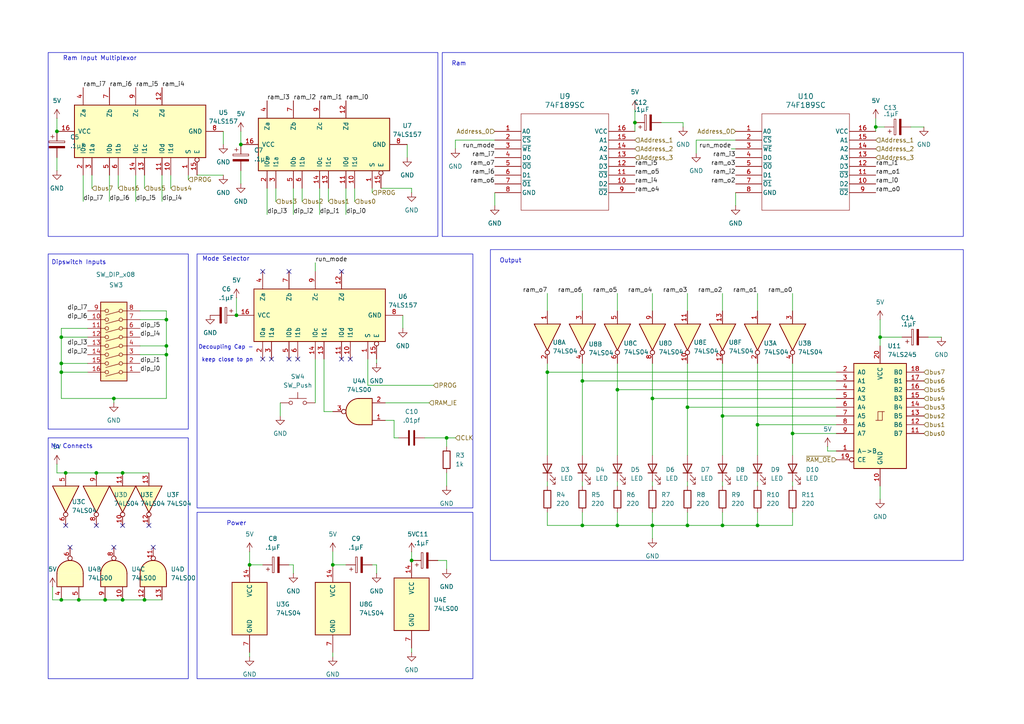
<source format=kicad_sch>
(kicad_sch (version 20250114) (generator "eeschema") (generator_version "9.0")
  (paper "A4")
  (lib_symbols
    (symbol "74F189SC_1" (pin_names (offset 0.254))
      (property "Reference" "U5" (at 20.32 10.16 0))
      (property "Value" "74F189SC" (at 20.32 7.62 0))
      (symbol "74F189SC_1_0_1"
        (pin input line (at 0 0 0) (length 7.62) (name "A0") (number "1"))
        (pin input line (at 0 -7.62 0) (length 7.62) (name "D0") (number "4"))
        (pin input line (at 0 -12.7 0) (length 7.62) (name "D1") (number "6"))
        (pin power_out line (at 0 -17.78 0) (length 7.62) (name "GND") (number "8"))
        (pin power_in line (at 40.64 0 180) (length 7.62) (name "VCC") (number "16"))
        (pin input line (at 40.64 -2.54 180) (length 7.62) (name "A1") (number "15"))
        (pin input line (at 40.64 -5.08 180) (length 7.62) (name "A2") (number "14"))
        (pin input line (at 40.64 -7.62 180) (length 7.62) (name "A3") (number "13"))
        (pin input line (at 40.64 -10.16 180) (length 7.62) (name "D3") (number "12"))
        (pin input line (at 40.64 -15.24 180) (length 7.62) (name "D2") (number "10"))
      )
      (symbol "74F189SC_1_1_1"
        (pin input line (at 0 -2.54 0) (length 7.62) (name "~{CS}") (number "2"))
        (pin input line (at 0 -5.08 0) (length 7.62) (name "~{WE}") (number "3"))
        (pin output line (at 0 -10.16 0) (length 7.62) (name "~{O0}") (number "5"))
        (pin output line (at 0 -15.24 0) (length 7.62) (name "~{O1}") (number "7"))
        (pin output line (at 40.64 -12.7 180) (length 7.62) (name "~{O3}") (number "11"))
        (pin output line (at 40.64 -17.78 180) (length 7.62) (name "~{O2}") (number "9"))
      )
    )
    (symbol "74LS157:my_74LS157" (pin_names (offset 1.016))
      (property "Reference" "U" (at -7.62 19.05 0))
      (property "Value" "my_74LS157" (at -7.62 -21.59 0))
      (symbol "my_74LS157_1_0"
        (pin input line (at -12.7 15.24 0) (length 5.08) (name "I0a") (number "2"))
        (pin input line (at -12.7 12.7 0) (length 5.08) (name "I1a") (number "3"))
        (pin input line (at -12.7 7.62 0) (length 5.08) (name "I0b") (number "5"))
        (pin input line (at -12.7 5.08 0) (length 5.08) (name "I1b") (number "6"))
        (pin input line (at -12.7 0 0) (length 5.08) (name "I0c") (number "14"))
        (pin input line (at -12.7 -2.54 0) (length 5.08) (name "I1c") (number "13"))
        (pin input line (at -12.7 -7.62 0) (length 5.08) (name "I0d") (number "11"))
        (pin input line (at -12.7 -10.16 0) (length 5.08) (name "I1d") (number "10"))
        (pin input line (at -12.7 -15.24 0) (length 5.08) (name "S") (number "1"))
        (pin input inverted (at -12.7 -17.78 0) (length 5.08) (name "E") (number "15"))
        (pin power_in line (at 0 22.86 270) (length 5.08) (name "VCC") (number "16"))
        (pin power_in line (at 0 -25.4 90) (length 5.08) (name "GND") (number "8"))
        (pin output line (at 12.7 15.24 180) (length 5.08) (name "Za") (number "4"))
        (pin output line (at 12.7 7.62 180) (length 5.08) (name "Zb") (number "7"))
        (pin output line (at 12.7 0 180) (length 5.08) (name "Zc") (number "9"))
        (pin output line (at 12.7 -7.62 180) (length 5.08) (name "Zd") (number "12"))
      )
    )
    (symbol "74xx:74LS00" (pin_names (offset 1.016))
      (property "Reference" "U" (at 0 1.27 0))
      (property "Value" "74LS00" (at 0 -1.27 0))
      (symbol "74LS00_1_1"
        (pin input line (at -7.62 2.54 0) (length 3.81) (name "~") (number "1"))
        (pin input line (at -7.62 -2.54 0) (length 3.81) (name "~") (number "2"))
        (pin output inverted (at 7.62 0 180) (length 3.81) (name "~") (number "3"))
      )
      (symbol "74LS00_1_2"
        (pin input inverted (at -7.62 2.54 0) (length 4.318) (name "~") (number "1"))
        (pin input inverted (at -7.62 -2.54 0) (length 4.318) (name "~") (number "2"))
        (pin output line (at 7.62 0 180) (length 3.81) (name "~") (number "3"))
      )
      (symbol "74LS00_2_1"
        (pin input line (at -7.62 2.54 0) (length 3.81) (name "~") (number "4"))
        (pin input line (at -7.62 -2.54 0) (length 3.81) (name "~") (number "5"))
        (pin output inverted (at 7.62 0 180) (length 3.81) (name "~") (number "6"))
      )
      (symbol "74LS00_2_2"
        (pin input inverted (at -7.62 2.54 0) (length 4.318) (name "~") (number "4"))
        (pin input inverted (at -7.62 -2.54 0) (length 4.318) (name "~") (number "5"))
        (pin output line (at 7.62 0 180) (length 3.81) (name "~") (number "6"))
      )
      (symbol "74LS00_3_1"
        (pin input line (at -7.62 2.54 0) (length 3.81) (name "~") (number "9"))
        (pin input line (at -7.62 -2.54 0) (length 3.81) (name "~") (number "10"))
        (pin output inverted (at 7.62 0 180) (length 3.81) (name "~") (number "8"))
      )
      (symbol "74LS00_3_2"
        (pin input inverted (at -7.62 2.54 0) (length 4.318) (name "~") (number "9"))
        (pin input inverted (at -7.62 -2.54 0) (length 4.318) (name "~") (number "10"))
        (pin output line (at 7.62 0 180) (length 3.81) (name "~") (number "8"))
      )
      (symbol "74LS00_4_1"
        (pin input line (at -7.62 2.54 0) (length 3.81) (name "~") (number "12"))
        (pin input line (at -7.62 -2.54 0) (length 3.81) (name "~") (number "13"))
        (pin output inverted (at 7.62 0 180) (length 3.81) (name "~") (number "11"))
      )
      (symbol "74LS00_4_2"
        (pin input inverted (at -7.62 2.54 0) (length 4.318) (name "~") (number "12"))
        (pin input inverted (at -7.62 -2.54 0) (length 4.318) (name "~") (number "13"))
        (pin output line (at 7.62 0 180) (length 3.81) (name "~") (number "11"))
      )
      (symbol "74LS00_5_0"
        (pin power_in line (at 0 12.7 270) (length 5.08) (name "VCC") (number "14"))
        (pin power_in line (at 0 -12.7 90) (length 5.08) (name "GND") (number "7"))
      )
    )
    (symbol "74xx:74LS04"
      (property "Reference" "U" (at 0 1.27 0))
      (property "Value" "74LS04" (at 0 -1.27 0))
      (symbol "74LS04_1_0"
        (pin input line (at -7.62 0 0) (length 3.81) (name "~") (number "1"))
        (pin output inverted (at 7.62 0 180) (length 3.81) (name "~") (number "2"))
      )
      (symbol "74LS04_2_0"
        (pin input line (at -7.62 0 0) (length 3.81) (name "~") (number "3"))
        (pin output inverted (at 7.62 0 180) (length 3.81) (name "~") (number "4"))
      )
      (symbol "74LS04_3_0"
        (pin input line (at -7.62 0 0) (length 3.81) (name "~") (number "5"))
        (pin output inverted (at 7.62 0 180) (length 3.81) (name "~") (number "6"))
      )
      (symbol "74LS04_4_0"
        (pin input line (at -7.62 0 0) (length 3.81) (name "~") (number "9"))
        (pin output inverted (at 7.62 0 180) (length 3.81) (name "~") (number "8"))
      )
      (symbol "74LS04_5_0"
        (pin input line (at -7.62 0 0) (length 3.81) (name "~") (number "11"))
        (pin output inverted (at 7.62 0 180) (length 3.81) (name "~") (number "10"))
      )
      (symbol "74LS04_6_0"
        (pin input line (at -7.62 0 0) (length 3.81) (name "~") (number "13"))
        (pin output inverted (at 7.62 0 180) (length 3.81) (name "~") (number "12"))
      )
      (symbol "74LS04_7_0"
        (pin power_in line (at 0 12.7 270) (length 5.08) (name "VCC") (number "14"))
        (pin power_in line (at 0 -12.7 90) (length 5.08) (name "GND") (number "7"))
      )
    )
    (symbol "74xx:74LS245" (pin_names (offset 1.016))
      (property "Reference" "U" (at -7.62 16.51 0))
      (property "Value" "74LS245" (at -7.62 -16.51 0))
      (symbol "74LS245_1_0"
        (pin tri_state line (at -12.7 12.7 0) (length 5.08) (name "A0") (number "2"))
        (pin tri_state line (at -12.7 10.16 0) (length 5.08) (name "A1") (number "3"))
        (pin tri_state line (at -12.7 7.62 0) (length 5.08) (name "A2") (number "4"))
        (pin tri_state line (at -12.7 5.08 0) (length 5.08) (name "A3") (number "5"))
        (pin tri_state line (at -12.7 2.54 0) (length 5.08) (name "A4") (number "6"))
        (pin tri_state line (at -12.7 0 0) (length 5.08) (name "A5") (number "7"))
        (pin tri_state line (at -12.7 -2.54 0) (length 5.08) (name "A6") (number "8"))
        (pin tri_state line (at -12.7 -5.08 0) (length 5.08) (name "A7") (number "9"))
        (pin input line (at -12.7 -10.16 0) (length 5.08) (name "A->B") (number "1"))
        (pin input inverted (at -12.7 -12.7 0) (length 5.08) (name "CE") (number "19"))
        (pin power_in line (at 0 20.32 270) (length 5.08) (name "VCC") (number "20"))
        (pin power_in line (at 0 -20.32 90) (length 5.08) (name "GND") (number "10"))
        (pin tri_state line (at 12.7 12.7 180) (length 5.08) (name "B0") (number "18"))
        (pin tri_state line (at 12.7 10.16 180) (length 5.08) (name "B1") (number "17"))
        (pin tri_state line (at 12.7 7.62 180) (length 5.08) (name "B2") (number "16"))
        (pin tri_state line (at 12.7 5.08 180) (length 5.08) (name "B3") (number "15"))
        (pin tri_state line (at 12.7 2.54 180) (length 5.08) (name "B4") (number "14"))
        (pin tri_state line (at 12.7 0 180) (length 5.08) (name "B5") (number "13"))
        (pin tri_state line (at 12.7 -2.54 180) (length 5.08) (name "B6") (number "12"))
        (pin tri_state line (at 12.7 -5.08 180) (length 5.08) (name "B7") (number "11"))
      )
    )
    (symbol "Device:C" (pin_numbers (hide yes)) (pin_names (offset 0.254))
      (property "Reference" "C" (at 0.635 2.54 0))
      (property "Value" "C" (at 0.635 -2.54 0))
      (symbol "C_1_1"
        (pin passive line (at 0 3.81 270) (length 2.794) (name "~") (number "1"))
        (pin passive line (at 0 -3.81 90) (length 2.794) (name "~") (number "2"))
      )
    )
    (symbol "Device:C_Polarized" (pin_numbers (hide yes)) (pin_names (offset 0.254))
      (property "Reference" "C" (at 0.635 2.54 0))
      (property "Value" "C_Polarized" (at 0.635 -2.54 0))
      (symbol "C_Polarized_1_1"
        (pin passive line (at 0 3.81 270) (length 2.794) (name "~") (number "1"))
        (pin passive line (at 0 -3.81 90) (length 2.794) (name "~") (number "2"))
      )
    )
    (symbol "Device:LED" (pin_numbers (hide yes)) (pin_names (offset 1.016) (hide yes))
      (property "Reference" "D" (at 0 2.54 0))
      (property "Value" "LED" (at 0 -2.54 0))
      (symbol "LED_1_1"
        (pin passive line (at -3.81 0 0) (length 2.54) (name "K") (number "1"))
        (pin passive line (at 3.81 0 180) (length 2.54) (name "A") (number "2"))
      )
    )
    (symbol "Device:R" (pin_numbers (hide yes)) (pin_names (offset 0))
      (property "Reference" "R" (at 2.032 0 90))
      (property "Value" "R" (at 0 0 90))
      (symbol "R_1_1"
        (pin passive line (at 0 3.81 270) (length 1.27) (name "~") (number "1"))
        (pin passive line (at 0 -3.81 90) (length 1.27) (name "~") (number "2"))
      )
    )
    (symbol "Switch:SW_DIP_x08" (pin_names (offset 0) (hide yes))
      (property "Reference" "SW" (at 0 13.97 0))
      (property "Value" "SW_DIP_x08" (at 0 -11.43 0))
      (symbol "SW_DIP_x08_1_1"
        (pin passive line (at -7.62 10.16 0) (length 5.08) (name "~") (number "1"))
        (pin passive line (at -7.62 7.62 0) (length 5.08) (name "~") (number "2"))
        (pin passive line (at -7.62 5.08 0) (length 5.08) (name "~") (number "3"))
        (pin passive line (at -7.62 2.54 0) (length 5.08) (name "~") (number "4"))
        (pin passive line (at -7.62 0 0) (length 5.08) (name "~") (number "5"))
        (pin passive line (at -7.62 -2.54 0) (length 5.08) (name "~") (number "6"))
        (pin passive line (at -7.62 -5.08 0) (length 5.08) (name "~") (number "7"))
        (pin passive line (at -7.62 -7.62 0) (length 5.08) (name "~") (number "8"))
        (pin passive line (at 7.62 10.16 180) (length 5.08) (name "~") (number "16"))
        (pin passive line (at 7.62 7.62 180) (length 5.08) (name "~") (number "15"))
        (pin passive line (at 7.62 5.08 180) (length 5.08) (name "~") (number "14"))
        (pin passive line (at 7.62 2.54 180) (length 5.08) (name "~") (number "13"))
        (pin passive line (at 7.62 0 180) (length 5.08) (name "~") (number "12"))
        (pin passive line (at 7.62 -2.54 180) (length 5.08) (name "~") (number "11"))
        (pin passive line (at 7.62 -5.08 180) (length 5.08) (name "~") (number "10"))
        (pin passive line (at 7.62 -7.62 180) (length 5.08) (name "~") (number "9"))
      )
    )
    (symbol "Switch:SW_Push" (pin_numbers (hide yes)) (pin_names (offset 1.016) (hide yes))
      (property "Reference" "SW" (at 1.27 2.54 0))
      (property "Value" "SW_Push" (at 0 -1.524 0))
      (symbol "SW_Push_0_1"
        (pin passive line (at -5.08 0 0) (length 2.54) (name "1") (number "1"))
        (pin passive line (at 5.08 0 180) (length 2.54) (name "2") (number "2"))
      )
    )
    (symbol "power:GND" (power) (pin_numbers (hide yes)) (pin_names (offset 0) (hide yes))
      (property "Value" "GND" (at 0 -3.81 0))
      (symbol "GND_1_1"
        (pin power_in line (at 0 0 270) (length 0) (name "~") (number "1"))
      )
    )
    (symbol "power:VCC" (power) (pin_numbers (hide yes)) (pin_names (offset 0) (hide yes))
      (property "Value" "VCC" (at 0 3.556 0))
      (symbol "VCC_1_1"
        (pin power_in line (at 0 0 90) (length 0) (name "~") (number "1"))
      )
    )
  )
  (rectangle (start 13.97 127) (end 54.61 196.85))
  (rectangle (start 13.97 15.24) (end 127 68.58))
  (rectangle (start 128.27 15.24) (end 279.4 68.58))
  (rectangle (start 142.24 72.39) (end 279.4 162.56))
  (rectangle (start 57.15 73.66) (end 137.16 147.32))
  (rectangle (start 13.97 73.66) (end 54.61 124.46))
  (rectangle (start 57.15 148.59) (end 137.16 196.85))
  (text "No Connects" (at 20.828 129.54 0) (effects (font (size 1.27 1.27))))
  (text "Dipswitch Inputs" (at 22.86 76.2 0) (effects (font (size 1.27 1.27))))
  (text "Output" (at 148.082 75.692 0) (effects (font (size 1.27 1.27))))
  (text "Ram" (at 133.096 18.542 0) (effects (font (size 1.27 1.27))))
  (text "Power" (at 68.58 151.892 0) (effects (font (size 1.27 1.27))))
  (text "Mode Selector" (at 65.532 75.184 0) (effects (font (size 1.27 1.27))))
  (text "Decoupling Cap -\n\n keep close to pn" (at 65.532 102.616 0) (effects (font (size 1.143 1.143))))
  (text "Ram Input Multiplexor" (at 28.956 17.018 0) (effects (font (size 1.27 1.27))))
  (junction (at 184.15 35.56))
  (junction (at 48.26 102.87))
  (junction (at 48.26 100.33))
  (junction (at 179.07 113.03))
  (junction (at 254 36.83))
  (junction (at 209.55 120.65))
  (junction (at 129.54 127))
  (junction (at 17.78 107.95))
  (junction (at 48.26 92.71))
  (junction (at 69.85 41.91))
  (junction (at 168.91 110.49))
  (junction (at 17.78 173.99))
  (junction (at 22.86 173.99))
  (junction (at 30.48 173.99))
  (junction (at 189.23 152.4))
  (junction (at 17.78 105.41))
  (junction (at 219.71 152.4))
  (junction (at 16.51 38.1))
  (junction (at 189.23 115.57))
  (junction (at 119.38 162.56))
  (junction (at 19.05 137.16))
  (junction (at 68.58 91.44))
  (junction (at 168.91 152.4))
  (junction (at 199.39 152.4))
  (junction (at 96.52 163.83))
  (junction (at 229.87 125.73))
  (junction (at 17.78 97.79))
  (junction (at 35.56 173.99))
  (junction (at 219.71 123.19))
  (junction (at 158.75 107.95))
  (junction (at 179.07 152.4))
  (junction (at 199.39 118.11))
  (junction (at 27.94 137.16))
  (junction (at 209.55 152.4))
  (junction (at 255.27 97.79))
  (junction (at 72.39 163.83))
  (junction (at 41.91 173.99))
  (junction (at 33.02 115.57))
  (junction (at 35.56 137.16))
  (no_connect (at 44.45 158.75))
  (no_connect (at 83.82 78.74))
  (no_connect (at 86.36 104.14))
  (no_connect (at 76.2 104.14))
  (no_connect (at 33.02 158.75))
  (no_connect (at 43.18 152.4))
  (no_connect (at 27.94 152.4))
  (no_connect (at 99.06 78.74))
  (no_connect (at 101.6 104.14))
  (no_connect (at 78.74 104.14))
  (no_connect (at 83.82 104.14))
  (no_connect (at 20.32 158.75))
  (no_connect (at 76.2 78.74))
  (no_connect (at 99.06 104.14))
  (no_connect (at 19.05 152.4))
  (no_connect (at 35.56 152.4))
  (wire (pts (xy 255.27 97.79) (xy 255.27 100.33)))
  (wire (pts (xy 179.07 152.4) (xy 189.23 152.4)))
  (wire (pts (xy 119.38 189.23) (xy 119.38 187.96)))
  (wire (pts (xy 16.51 49.53) (xy 16.51 45.72)))
  (wire (pts (xy 240.03 129.54) (xy 240.03 130.81)))
  (wire (pts (xy 93.98 119.38) (xy 96.52 119.38)))
  (wire (pts (xy 69.85 53.34) (xy 69.85 49.53)))
  (wire (pts (xy 27.94 137.16) (xy 35.56 137.16)))
  (wire (pts (xy 31.75 58.42) (xy 31.75 50.8)))
  (wire (pts (xy 72.39 160.02) (xy 72.39 163.83)))
  (wire (pts (xy 189.23 115.57) (xy 242.57 115.57)))
  (wire (pts (xy 199.39 139.7) (xy 199.39 140.97)))
  (wire (pts (xy 15.24 170.18) (xy 15.24 173.99)))
  (wire (pts (xy 179.07 85.09) (xy 179.07 90.17)))
  (wire (pts (xy 189.23 152.4) (xy 199.39 152.4)))
  (wire (pts (xy 229.87 148.59) (xy 229.87 152.4)))
  (wire (pts (xy 118.11 41.91) (xy 118.11 45.72)))
  (wire (pts (xy 229.87 139.7) (xy 229.87 140.97)))
  (wire (pts (xy 16.51 134.62) (xy 16.51 137.16)))
  (wire (pts (xy 68.58 86.36) (xy 68.58 91.44)))
  (wire (pts (xy 17.78 107.95) (xy 25.4 107.95)))
  (wire (pts (xy 46.99 50.8) (xy 46.99 58.42)))
  (wire (pts (xy 267.97 36.83) (xy 264.16 36.83)))
  (wire (pts (xy 40.64 92.71) (xy 48.26 92.71)))
  (wire (pts (xy 242.57 118.11) (xy 199.39 118.11)))
  (wire (pts (xy 184.15 35.56) (xy 184.15 38.1)))
  (wire (pts (xy 40.64 90.17) (xy 48.26 90.17)))
  (wire (pts (xy 41.91 54.61) (xy 41.91 50.8)))
  (wire (pts (xy 189.23 139.7) (xy 189.23 140.97)))
  (wire (pts (xy 119.38 54.61) (xy 119.38 55.88)))
  (wire (pts (xy 254 36.83) (xy 254 38.1)))
  (wire (pts (xy 255.27 140.97) (xy 255.27 144.78)))
  (wire (pts (xy 16.51 34.29) (xy 16.51 38.1)))
  (wire (pts (xy 168.91 148.59) (xy 168.91 152.4)))
  (wire (pts (xy 85.09 163.83) (xy 85.09 166.37)))
  (wire (pts (xy 24.13 58.42) (xy 24.13 50.8)))
  (wire (pts (xy 209.55 85.09) (xy 209.55 90.17)))
  (wire (pts (xy 189.23 148.59) (xy 189.23 152.4)))
  (wire (pts (xy 35.56 173.99) (xy 41.91 173.99)))
  (wire (pts (xy 72.39 163.83) (xy 76.2 163.83)))
  (wire (pts (xy 49.53 54.61) (xy 49.53 50.8)))
  (wire (pts (xy 41.91 173.99) (xy 46.99 173.99)))
  (wire (pts (xy 72.39 189.23) (xy 72.39 190.5)))
  (wire (pts (xy 102.87 54.61) (xy 102.87 58.42)))
  (wire (pts (xy 189.23 115.57) (xy 189.23 132.08)))
  (wire (pts (xy 179.07 148.59) (xy 179.07 152.4)))
  (wire (pts (xy 199.39 152.4) (xy 209.55 152.4)))
  (wire (pts (xy 77.47 62.23) (xy 77.47 54.61)))
  (wire (pts (xy 242.57 107.95) (xy 158.75 107.95)))
  (wire (pts (xy 107.95 163.83) (xy 109.22 163.83)))
  (wire (pts (xy 219.71 139.7) (xy 219.71 140.97)))
  (wire (pts (xy 199.39 148.59) (xy 199.39 152.4)))
  (wire (pts (xy 189.23 105.41) (xy 189.23 115.57)))
  (wire (pts (xy 48.26 102.87) (xy 48.26 115.57)))
  (wire (pts (xy 129.54 162.56) (xy 127 162.56)))
  (wire (pts (xy 87.63 54.61) (xy 87.63 58.42)))
  (wire (pts (xy 48.26 90.17) (xy 48.26 92.71)))
  (wire (pts (xy 109.22 104.14) (xy 109.22 105.41)))
  (wire (pts (xy 209.55 152.4) (xy 219.71 152.4)))
  (wire (pts (xy 229.87 105.41) (xy 229.87 125.73)))
  (wire (pts (xy 242.57 110.49) (xy 168.91 110.49)))
  (wire (pts (xy 48.26 102.87) (xy 40.64 102.87)))
  (wire (pts (xy 91.44 76.2) (xy 91.44 78.74)))
  (wire (pts (xy 209.55 139.7) (xy 209.55 140.97)))
  (wire (pts (xy 132.08 40.64) (xy 132.08 43.18)))
  (wire (pts (xy 17.78 115.57) (xy 33.02 115.57)))
  (wire (pts (xy 219.71 85.09) (xy 219.71 90.17)))
  (wire (pts (xy 168.91 85.09) (xy 168.91 90.17)))
  (wire (pts (xy 17.78 95.25) (xy 17.78 97.79)))
  (wire (pts (xy 179.07 139.7) (xy 179.07 140.97)))
  (wire (pts (xy 158.75 107.95) (xy 158.75 132.08)))
  (wire (pts (xy 189.23 152.4) (xy 189.23 156.21)))
  (wire (pts (xy 209.55 120.65) (xy 242.57 120.65)))
  (wire (pts (xy 54.61 52.07) (xy 54.61 50.8)))
  (wire (pts (xy 219.71 152.4) (xy 229.87 152.4)))
  (wire (pts (xy 132.08 40.64) (xy 143.51 40.64)))
  (wire (pts (xy 219.71 123.19) (xy 242.57 123.19)))
  (wire (pts (xy 69.85 38.1) (xy 69.85 41.91)))
  (wire (pts (xy 179.07 113.03) (xy 242.57 113.03)))
  (wire (pts (xy 109.22 163.83) (xy 109.22 166.37)))
  (wire (pts (xy 209.55 105.41) (xy 209.55 120.65)))
  (wire (pts (xy 17.78 105.41) (xy 25.4 105.41)))
  (wire (pts (xy 16.51 137.16) (xy 19.05 137.16)))
  (wire (pts (xy 119.38 160.02) (xy 119.38 162.56)))
  (wire (pts (xy 191.77 35.56) (xy 198.12 35.56)))
  (wire (pts (xy 57.15 50.8) (xy 64.77 50.8)))
  (wire (pts (xy 219.71 148.59) (xy 219.71 152.4)))
  (wire (pts (xy 158.75 152.4) (xy 168.91 152.4)))
  (wire (pts (xy 114.3 127) (xy 115.57 127)))
  (wire (pts (xy 83.82 163.83) (xy 85.09 163.83)))
  (wire (pts (xy 64.77 38.1) (xy 64.77 41.91)))
  (wire (pts (xy 92.71 62.23) (xy 92.71 54.61)))
  (wire (pts (xy 199.39 105.41) (xy 199.39 118.11)))
  (wire (pts (xy 158.75 139.7) (xy 158.75 140.97)))
  (wire (pts (xy 168.91 139.7) (xy 168.91 140.97)))
  (wire (pts (xy 255.27 92.71) (xy 255.27 97.79)))
  (wire (pts (xy 240.03 130.81) (xy 242.57 130.81)))
  (wire (pts (xy 129.54 137.16) (xy 129.54 140.97)))
  (wire (pts (xy 273.05 97.79) (xy 269.24 97.79)))
  (wire (pts (xy 39.37 50.8) (xy 39.37 58.42)))
  (wire (pts (xy 33.02 115.57) (xy 48.26 115.57)))
  (wire (pts (xy 106.68 111.76) (xy 106.68 104.14)))
  (wire (pts (xy 143.51 55.88) (xy 143.51 59.69)))
  (wire (pts (xy 168.91 152.4) (xy 179.07 152.4)))
  (wire (pts (xy 17.78 97.79) (xy 25.4 97.79)))
  (wire (pts (xy 22.86 173.99) (xy 30.48 173.99)))
  (wire (pts (xy 179.07 113.03) (xy 179.07 132.08)))
  (wire (pts (xy 119.38 54.61) (xy 110.49 54.61)))
  (wire (pts (xy 209.55 120.65) (xy 209.55 132.08)))
  (wire (pts (xy 158.75 148.59) (xy 158.75 152.4)))
  (wire (pts (xy 209.55 148.59) (xy 209.55 152.4)))
  (wire (pts (xy 91.44 104.14) (xy 91.44 116.84)))
  (wire (pts (xy 199.39 85.09) (xy 199.39 90.17)))
  (wire (pts (xy 48.26 92.71) (xy 48.26 100.33)))
  (wire (pts (xy 114.3 127) (xy 114.3 121.92)))
  (wire (pts (xy 213.36 40.64) (xy 201.93 40.64)))
  (wire (pts (xy 48.26 100.33) (xy 40.64 100.33)))
  (wire (pts (xy 123.19 127) (xy 129.54 127)))
  (wire (pts (xy 213.36 55.88) (xy 213.36 59.69)))
  (wire (pts (xy 107.95 55.88) (xy 107.95 54.61)))
  (wire (pts (xy 129.54 165.1) (xy 129.54 162.56)))
  (wire (pts (xy 17.78 97.79) (xy 17.78 105.41)))
  (wire (pts (xy 229.87 125.73) (xy 229.87 132.08)))
  (wire (pts (xy 158.75 105.41) (xy 158.75 107.95)))
  (wire (pts (xy 229.87 85.09) (xy 229.87 90.17)))
  (wire (pts (xy 80.01 58.42) (xy 80.01 54.61)))
  (wire (pts (xy 17.78 95.25) (xy 25.4 95.25)))
  (wire (pts (xy 184.15 31.75) (xy 184.15 35.56)))
  (wire (pts (xy 111.76 116.84) (xy 124.46 116.84)))
  (wire (pts (xy 219.71 123.19) (xy 219.71 132.08)))
  (wire (pts (xy 30.48 173.99) (xy 35.56 173.99)))
  (wire (pts (xy 158.75 85.09) (xy 158.75 90.17)))
  (wire (pts (xy 17.78 173.99) (xy 22.86 173.99)))
  (wire (pts (xy 255.27 97.79) (xy 261.62 97.79)))
  (wire (pts (xy 17.78 105.41) (xy 17.78 107.95)))
  (wire (pts (xy 100.33 54.61) (xy 100.33 62.23)))
  (wire (pts (xy 48.26 100.33) (xy 48.26 102.87)))
  (wire (pts (xy 129.54 127) (xy 129.54 129.54)))
  (wire (pts (xy 198.12 35.56) (xy 198.12 36.83)))
  (wire (pts (xy 85.09 62.23) (xy 85.09 54.61)))
  (wire (pts (xy 34.29 54.61) (xy 34.29 50.8)))
  (wire (pts (xy 116.84 95.25) (xy 116.84 91.44)))
  (wire (pts (xy 168.91 110.49) (xy 168.91 132.08)))
  (wire (pts (xy 96.52 190.5) (xy 96.52 189.23)))
  (wire (pts (xy 254 36.83) (xy 256.54 36.83)))
  (wire (pts (xy 254 34.29) (xy 254 36.83)))
  (wire (pts (xy 212.09 43.18) (xy 213.36 43.18)))
  (wire (pts (xy 168.91 105.41) (xy 168.91 110.49)))
  (wire (pts (xy 93.98 104.14) (xy 93.98 119.38)))
  (wire (pts (xy 199.39 118.11) (xy 199.39 132.08)))
  (wire (pts (xy 189.23 85.09) (xy 189.23 90.17)))
  (wire (pts (xy 17.78 107.95) (xy 17.78 115.57)))
  (wire (pts (xy 95.25 54.61) (xy 95.25 58.42)))
  (wire (pts (xy 96.52 163.83) (xy 100.33 163.83)))
  (wire (pts (xy 96.52 160.02) (xy 96.52 163.83)))
  (wire (pts (xy 125.73 111.76) (xy 106.68 111.76)))
  (wire (pts (xy 219.71 105.41) (xy 219.71 123.19)))
  (wire (pts (xy 229.87 125.73) (xy 242.57 125.73)))
  (wire (pts (xy 35.56 137.16) (xy 43.18 137.16)))
  (wire (pts (xy 129.54 127) (xy 132.08 127)))
  (wire (pts (xy 114.3 121.92) (xy 111.76 121.92)))
  (wire (pts (xy 201.93 40.64) (xy 201.93 44.45)))
  (wire (pts (xy 19.05 137.16) (xy 27.94 137.16)))
  (wire (pts (xy 26.67 54.61) (xy 26.67 50.8)))
  (wire (pts (xy 179.07 105.41) (xy 179.07 113.03)))
  (wire (pts (xy 81.28 116.84) (xy 81.28 120.65)))
  (wire (pts (xy 33.02 115.57) (xy 33.02 116.84)))
  (wire (pts (xy 15.24 173.99) (xy 17.78 173.99)))
  (label "ram_i0" (at 254 53.34 0))
  (label "dip_i6" (at 31.75 58.42 0))
  (label "ram_i7" (at 143.51 45.72 180))
  (label "ram_o0" (at 229.87 85.09 180))
  (label "dip_i5" (at 40.64 95.25 0))
  (label "dip_i3" (at 77.47 62.23 0))
  (label "dip_i1" (at 92.71 62.23 0))
  (label "dip_i2" (at 85.09 62.23 0))
  (label "ram_o2" (at 213.36 53.34 180))
  (label "dip_i2" (at 25.4 102.87 180))
  (label "ram_o5" (at 184.15 50.8 0))
  (label "ram_o5" (at 179.07 85.09 180))
  (label "dip_i1" (at 40.64 105.41 0))
  (label "dip_i4" (at 46.99 58.42 0))
  (label "ram_o2" (at 209.55 85.09 180))
  (label "run_mode" (at 91.44 76.2 0))
  (label "ram_i6" (at 143.51 50.8 180))
  (label "dip_i0" (at 40.64 107.95 0))
  (label "ram_o6" (at 143.51 53.34 180))
  (label "ram_i6" (at 31.75 25.4 0))
  (label "ram_i3" (at 77.47 29.21 0))
  (label "ram_i1" (at 92.71 29.21 0))
  (label "ram_i4" (at 184.15 53.34 0))
  (label "ram_i4" (at 46.99 25.4 0))
  (label "ram_i2" (at 213.36 50.8 180))
  (label "ram_o6" (at 168.91 85.09 180))
  (label "dip_i4" (at 40.64 97.79 0))
  (label "ram_o3" (at 199.39 85.09 180))
  (label "ram_o1" (at 219.71 85.09 180))
  (label "ram_o0" (at 254 55.88 0))
  (label "dip_i7" (at 25.4 90.17 180))
  (label "ram_o4" (at 189.23 85.09 180))
  (label "ram_i5" (at 39.37 25.4 0))
  (label "ram_o1" (at 254 50.8 0))
  (label "dip_i5" (at 39.37 58.42 0))
  (label "ram_i1" (at 254 48.26 0))
  (label "ram_i3" (at 213.36 45.72 180))
  (label "ram_o4" (at 184.15 55.88 0))
  (label "dip_i0" (at 100.33 62.23 0))
  (label "run_mode" (at 212.09 43.18 180))
  (label "ram_i5" (at 184.15 48.26 0))
  (label "ram_o7" (at 143.51 48.26 180))
  (label "dip_i7" (at 24.13 58.42 0))
  (label "ram_i7" (at 24.13 25.4 0))
  (label "run_mode" (at 143.51 43.18 180))
  (label "ram_i2" (at 85.09 29.21 0))
  (label "dip_i6" (at 25.4 92.71 180))
  (label "ram_o3" (at 213.36 48.26 180))
  (label "dip_i3" (at 25.4 100.33 180))
  (label "ram_i0" (at 100.33 29.21 0))
  (label "ram_o7" (at 158.75 85.09 180))
  (hierarchical_label "bus0" (shape input) (at 102.87 58.42 0))
  (hierarchical_label "PROG" (shape input) (at 107.95 55.88 0))
  (hierarchical_label "bus1" (shape input) (at 95.25 58.42 0))
  (hierarchical_label "bus4" (shape input) (at 49.53 54.61 0))
  (hierarchical_label "bus3" (shape input) (at 80.01 58.42 0))
  (hierarchical_label "bus7" (shape input) (at 26.67 54.61 0))
  (hierarchical_label "bus6" (shape input) (at 34.29 54.61 0))
  (hierarchical_label "CLK" (shape input) (at 132.08 127 0))
  (hierarchical_label "bus3" (shape input) (at 267.97 118.11 0))
  (hierarchical_label "bus7" (shape input) (at 267.97 107.95 0))
  (hierarchical_label "bus2" (shape input) (at 267.97 120.65 0))
  (hierarchical_label "~{RAM_OE}" (shape input) (at 242.57 133.35 180))
  (hierarchical_label "bus4" (shape input) (at 267.97 115.57 0))
  (hierarchical_label "bus2" (shape input) (at 87.63 58.42 0))
  (hierarchical_label "bus6" (shape input) (at 267.97 110.49 0))
  (hierarchical_label "PROG" (shape input) (at 54.61 52.07 0))
  (hierarchical_label "bus0" (shape input) (at 267.97 125.73 0))
  (hierarchical_label "Address_0" (shape input) (at 213.36 38.1 180))
  (hierarchical_label "Address_3" (shape input) (at 254 45.72 0))
  (hierarchical_label "Address_0" (shape input) (at 143.51 38.1 180))
  (hierarchical_label "bus1" (shape input) (at 267.97 123.19 0))
  (hierarchical_label "RAM_IE" (shape input) (at 124.46 116.84 0))
  (hierarchical_label "Address_2" (shape input) (at 254 43.18 0))
  (hierarchical_label "Address_2" (shape input) (at 184.15 43.18 0))
  (hierarchical_label "Address_1" (shape input) (at 184.15 40.64 0))
  (hierarchical_label "PROG" (shape input) (at 125.73 111.76 0))
  (hierarchical_label "Address_3" (shape input) (at 184.15 45.72 0))
  (hierarchical_label "bus5" (shape input) (at 267.97 113.03 0))
  (hierarchical_label "Address_1" (shape input) (at 254 40.64 0))
  (hierarchical_label "bus5" (shape input) (at 41.91 54.61 0))
  (symbol (lib_id "power:GND") (at 96.52 190.5 0) (unit 1)
    (property "Reference" "#PWR033" (effects (hide yes)))
    (property "Value" "GND" (at 96.52 195.58 0))
    (property "Description" "Power symbol creates a global label with name \"GND\" , ground" (effects (hide yes)))
  )
  (symbol (lib_id "74LS157:my_74LS157") (at 39.37 38.1 90) (unit 1)
    (property "Reference" "U5" (at 64.77 32.6546 90))
    (property "Value" "74LS157" (at 64.77 35.1946 90))
    (property "Datasheet" "http://www.ti.com/lit/gpn/sn74LS157" (effects (hide yes)))
    (property "Description" "Quad 2 to 1 line Multiplexer" (effects (hide yes)))
  )
  (symbol (lib_id "power:GND") (at 72.39 190.5 0) (unit 1)
    (property "Reference" "#PWR029" (effects (hide yes)))
    (property "Value" "GND" (at 72.39 195.58 0))
    (property "Description" "Power symbol creates a global label with name \"GND\" , ground" (effects (hide yes)))
  )
  (symbol (lib_id "power:GND") (at 116.84 95.25 0) (unit 1)
    (property "Reference" "#PWR036" (effects (hide yes)))
    (property "Value" "GND" (at 116.84 100.33 0))
    (property "Description" "Power symbol creates a global label with name \"GND\" , ground" (effects (hide yes)))
  )
  (symbol (lib_id "Switch:SW_Push") (at 86.36 116.84 0) (unit 1)
    (property "Reference" "SW4" (at 86.36 109.22 0))
    (property "Value" "SW_Push" (at 86.36 111.76 0))
    (property "Description" "Push button switch, generic, two pins" (effects (hide yes)))
  )
  (symbol (lib_id "power:GND") (at 60.96 91.44 0) (unit 1)
    (property "Reference" "#PWR022" (effects (hide yes)))
    (property "Value" "GND" (at 60.96 96.52 0))
    (property "Description" "Power symbol creates a global label with name \"GND\" , ground" (effects (hide yes)))
  )
  (symbol (lib_id "74LS157:my_74LS157") (at 92.71 41.91 90) (unit 1)
    (property "Reference" "U7" (at 118.11 36.4646 90))
    (property "Value" "74LS157" (at 118.11 39.0046 90))
    (property "Datasheet" "http://www.ti.com/lit/gpn/sn74LS157" (effects (hide yes)))
    (property "Description" "Quad 2 to 1 line Multiplexer" (effects (hide yes)))
  )
  (symbol (lib_id "74xx:74LS04") (at 158.75 97.79 270) (unit 1)
    (property "Reference" "U8" (at 160.274 99.314 90) (effects (justify left)))
    (property "Value" "74LS04" (at 160.274 101.854 90) (effects (justify left)))
    (property "Datasheet" "http://www.ti.com/lit/gpn/sn74LS04" (effects (hide yes)))
    (property "Description" "Hex Inverter" (effects (hide yes)))
  )
  (symbol (lib_id "Device:LED") (at 199.39 135.89 90) (unit 1)
    (property "Reference" "D7" (at 203.2 136.2074 90) (effects (justify right)))
    (property "Value" "LED" (at 203.2 138.7474 90) (effects (justify right)))
    (property "Description" "Light emitting diode" (effects (hide yes)))
    (property "Sim.Pins" "1=K 2=A" (effects (hide yes)))
  )
  (symbol (lib_id "Device:LED") (at 168.91 135.89 90) (unit 1)
    (property "Reference" "D4" (at 172.72 136.2074 90) (effects (justify right)))
    (property "Value" "LED" (at 172.72 138.7474 90) (effects (justify right)))
    (property "Description" "Light emitting diode" (effects (hide yes)))
    (property "Sim.Pins" "1=K 2=A" (effects (hide yes)))
  )
  (symbol (lib_id "power:GND") (at 129.54 140.97 0) (unit 1)
    (property "Reference" "#PWR041" (effects (hide yes)))
    (property "Value" "GND" (at 129.54 146.05 0))
    (property "Description" "Power symbol creates a global label with name \"GND\" , ground" (effects (hide yes)))
  )
  (symbol (lib_id "Switch:SW_DIP_x08") (at 33.02 97.79 180) (unit 1)
    (property "Reference" "SW3" (at 31.623 82.677 0) (effects (justify right)))
    (property "Value" "SW_DIP_x08" (at 27.813 79.629 0) (effects (justify right)))
    (property "Description" "8x DIP Switch, Single Pole Single Throw (SPST) switch, small symbol" (effects (hide yes)))
  )
  (symbol (lib_id "74xx:74LS04") (at 229.87 97.79 270) (unit 2)
    (property "Reference" "U3" (at 231.394 99.568 90) (effects (justify left)))
    (property "Value" "74LS04" (at 231.394 102.108 90) (effects (justify left)))
    (property "Datasheet" "http://www.ti.com/lit/gpn/sn74LS04" (effects (hide yes)))
    (property "Description" "Hex Inverter" (effects (hide yes)))
  )
  (symbol (lib_id "power:GND") (at 16.51 49.53 0) (unit 1)
    (property "Reference" "#PWR019" (effects (hide yes)))
    (property "Value" "GND" (at 16.51 54.61 0))
    (property "Description" "Power symbol creates a global label with name \"GND\" , ground" (effects (hide yes)))
  )
  (symbol (lib_id "Device:R") (at 129.54 133.35 0) (unit 1)
    (property "Reference" "R3" (at 132.08 132.0799 0) (effects (justify left)))
    (property "Value" "1k" (at 132.08 134.6199 0) (effects (justify left)))
    (property "Description" "Resistor" (effects (hide yes)))
  )
  (symbol (lib_id "Device:LED") (at 219.71 135.89 90) (unit 1)
    (property "Reference" "D9" (at 223.52 136.2074 90) (effects (justify right)))
    (property "Value" "LED" (at 223.52 138.7474 90) (effects (justify right)))
    (property "Description" "Light emitting diode" (effects (hide yes)))
    (property "Sim.Pins" "1=K 2=A" (effects (hide yes)))
  )
  (symbol (lib_id "power:VCC") (at 254 34.29 0) (unit 1)
    (property "Reference" "#PWR051" (effects (hide yes)))
    (property "Value" "5V" (at 254 29.21 0))
    (property "Description" "Power symbol creates a global label with name \"VCC\"" (effects (hide yes)))
  )
  (symbol (lib_id "Device:R") (at 229.87 144.78 0) (unit 1)
    (property "Reference" "R11" (at 232.41 143.5099 0) (effects (justify left)))
    (property "Value" "220" (at 232.41 146.0499 0) (effects (justify left)))
    (property "Description" "Resistor" (effects (hide yes)))
  )
  (symbol (lib_id "power:VCC") (at 240.03 129.54 0) (unit 1)
    (property "Reference" "#PWR050" (effects (hide yes)))
    (property "Value" "5V" (at 240.03 124.46 0))
    (property "Description" "Power symbol creates a global label with name \"VCC\"" (effects (hide yes)))
  )
  (symbol (lib_id "74xx:74LS04") (at 19.05 144.78 270) (unit 3)
    (property "Reference" "U3" (at 20.828 145.542 90) (effects (justify left)))
    (property "Value" "74LS04" (at 20.828 148.082 90) (effects (justify left)))
    (property "Datasheet" "http://www.ti.com/lit/gpn/sn74LS04" (effects (hide yes)))
    (property "Description" "Hex Inverter" (effects (hide yes)))
  )
  (symbol (lib_id "power:GND") (at 198.12 36.83 0) (unit 1)
    (property "Reference" "#PWR047" (effects (hide yes)))
    (property "Value" "GND" (at 198.12 41.91 0))
    (property "Description" "Power symbol creates a global label with name \"GND\" , ground" (effects (hide yes)))
  )
  (symbol (lib_id "Device:C_Polarized") (at 80.01 163.83 90) (unit 1)
    (property "Reference" "C8" (at 79.121 156.21 90))
    (property "Value" ".1µF" (at 79.121 158.75 90))
    (property "Description" "Polarized capacitor" (effects (hide yes)))
  )
  (symbol (lib_id "74xx:74LS245") (at 255.27 120.65 0) (unit 1)
    (property "Reference" "U11" (at 257.4133 100.33 0) (effects (justify left)))
    (property "Value" "74LS245" (at 257.4133 102.87 0) (effects (justify left)))
    (property "Datasheet" "http://www.ti.com/lit/gpn/sn74LS245" (effects (hide yes)))
    (property "Description" "Octal BUS Transceivers, 3-State outputs" (effects (hide yes)))
  )
  (symbol (lib_id "power:GND") (at 33.02 116.84 0) (unit 1)
    (property "Reference" "#PWR021" (effects (hide yes)))
    (property "Value" "GND" (at 33.02 121.92 0))
    (property "Description" "Power symbol creates a global label with name \"GND\" , ground" (effects (hide yes)))
  )
  (symbol (lib_id "power:VCC") (at 69.85 38.1 0) (unit 1)
    (property "Reference" "#PWR026" (effects (hide yes)))
    (property "Value" "5V" (at 69.85 33.02 0))
    (property "Description" "Power symbol creates a global label with name \"VCC\"" (effects (hide yes)))
  )
  (symbol (lib_id "Device:C_Polarized") (at 187.96 35.56 90) (unit 1)
    (property "Reference" "C12" (at 187.706 29.718 90) (effects (justify left)))
    (property "Value" ".1µF" (at 188.3409 31.75 90) (effects (justify left)))
    (property "Description" "Polarized capacitor" (effects (hide yes)))
  )
  (symbol (lib_id "power:VCC") (at 16.51 34.29 0) (unit 1)
    (property "Reference" "#PWR018" (effects (hide yes)))
    (property "Value" "5V" (at 16.51 29.21 0))
    (property "Description" "Power symbol creates a global label with name \"VCC\"" (effects (hide yes)))
  )
  (symbol (lib_id "power:GND") (at 118.11 45.72 0) (unit 1)
    (property "Reference" "#PWR037" (effects (hide yes)))
    (property "Value" "GND" (at 118.11 50.8 0))
    (property "Description" "Power symbol creates a global label with name \"GND\" , ground" (effects (hide yes)))
  )
  (symbol (lib_id "74xx:74LS04") (at 179.07 97.79 270) (unit 3)
    (property "Reference" "U8" (at 180.848 99.568 90) (effects (justify left)))
    (property "Value" "74LS04" (at 180.848 102.108 90) (effects (justify left)))
    (property "Datasheet" "http://www.ti.com/lit/gpn/sn74LS04" (effects (hide yes)))
    (property "Description" "Hex Inverter" (effects (hide yes)))
  )
  (symbol (lib_id "Device:C_Polarized") (at 16.51 41.91 0) (unit 1)
    (property "Reference" "C5" (at 20.32 39.7509 0) (effects (justify left)))
    (property "Value" ".1µF" (at 20.32 42.2909 0) (effects (justify left)))
    (property "Description" "Polarized capacitor" (effects (hide yes)))
  )
  (symbol (lib_id "Device:R") (at 179.07 144.78 0) (unit 1)
    (property "Reference" "R6" (at 181.61 143.5099 0) (effects (justify left)))
    (property "Value" "220" (at 181.61 146.0499 0) (effects (justify left)))
    (property "Description" "Resistor" (effects (hide yes)))
  )
  (symbol (lib_id "Device:LED") (at 229.87 135.89 90) (unit 1)
    (property "Reference" "D10" (at 233.68 136.2074 90) (effects (justify right)))
    (property "Value" "LED" (at 233.68 138.7474 90) (effects (justify right)))
    (property "Description" "Light emitting diode" (effects (hide yes)))
    (property "Sim.Pins" "1=K 2=A" (effects (hide yes)))
  )
  (symbol (lib_name "74F189SC_1") (lib_id "74189:74F189SC") (at 143.51 38.1 0) (unit 1)
    (property "Reference" "U9" (at 163.83 27.94 0) (effects (font (size 1.524 1.524))))
    (property "Value" "74F189SC" (at 163.83 30.48 0) (effects (font (size 1.524 1.524))))
    (property "Footprint" "SOIC16_9P9X3P9_ONS" (effects (hide yes)))
    (property "Datasheet" "74F189SC" (effects (hide yes)))
  )
  (symbol (lib_id "power:VCC") (at 96.52 160.02 0) (unit 1)
    (property "Reference" "#PWR032" (effects (hide yes)))
    (property "Value" "5V" (at 96.52 154.94 0))
    (property "Description" "Power symbol creates a global label with name \"VCC\"" (effects (hide yes)))
  )
  (symbol (lib_id "power:VCC") (at 68.58 86.36 0) (unit 1)
    (property "Reference" "#PWR025" (effects (hide yes)))
    (property "Value" "5V" (at 68.58 81.28 0))
    (property "Description" "Power symbol creates a global label with name \"VCC\"" (effects (hide yes)))
  )
  (symbol (lib_id "power:GND") (at 109.22 105.41 0) (mirror y) (unit 1)
    (property "Reference" "#PWR034" (effects (hide yes)))
    (property "Value" "GND" (at 109.22 110.49 0))
    (property "Description" "Power symbol creates a global label with name \"GND\" , ground" (effects (hide yes)))
  )
  (symbol (lib_id "74xx:74LS04") (at 199.39 97.79 270) (unit 5)
    (property "Reference" "U8" (at 201.168 99.314 90) (effects (justify left)))
    (property "Value" "74LS04" (at 201.168 101.854 90) (effects (justify left)))
    (property "Datasheet" "http://www.ti.com/lit/gpn/sn74LS04" (effects (hide yes)))
    (property "Description" "Hex Inverter" (effects (hide yes)))
  )
  (symbol (lib_id "power:GND") (at 129.54 165.1 0) (unit 1)
    (property "Reference" "#PWR042" (effects (hide yes)))
    (property "Value" "GND" (at 129.54 170.18 0))
    (property "Description" "Power symbol creates a global label with name \"GND\" , ground" (effects (hide yes)))
  )
  (symbol (lib_id "Device:LED") (at 158.75 135.89 90) (unit 1)
    (property "Reference" "D3" (at 162.56 136.2074 90) (effects (justify right)))
    (property "Value" "LED" (at 162.56 138.7474 90) (effects (justify right)))
    (property "Description" "Light emitting diode" (effects (hide yes)))
    (property "Sim.Pins" "1=K 2=A" (effects (hide yes)))
  )
  (symbol (lib_id "power:GND") (at 255.27 144.78 0) (unit 1)
    (property "Reference" "#PWR053" (effects (hide yes)))
    (property "Value" "GND" (at 255.27 149.86 0))
    (property "Description" "Power symbol creates a global label with name \"GND\" , ground" (effects (hide yes)))
  )
  (symbol (lib_id "Device:C_Polarized") (at 104.14 163.83 90) (unit 1)
    (property "Reference" "C9" (at 103.251 156.21 90))
    (property "Value" ".1µF" (at 103.251 158.75 90))
    (property "Description" "Polarized capacitor" (effects (hide yes)))
  )
  (symbol (lib_id "74xx:74LS04") (at 43.18 144.78 270) (unit 6)
    (property "Reference" "U3" (at 48.26 143.5099 90) (effects (justify left)))
    (property "Value" "74LS04" (at 48.26 146.0499 90) (effects (justify left)))
    (property "Datasheet" "http://www.ti.com/lit/gpn/sn74LS04" (effects (hide yes)))
    (property "Description" "Hex Inverter" (effects (hide yes)))
  )
  (symbol (lib_id "power:GND") (at 109.22 166.37 0) (unit 1)
    (property "Reference" "#PWR035" (effects (hide yes)))
    (property "Value" "GND" (at 109.22 171.45 0))
    (property "Description" "Power symbol creates a global label with name \"GND\" , ground" (effects (hide yes)))
  )
  (symbol (lib_id "74xx:74LS00") (at 33.02 166.37 90) (unit 3)
    (property "Reference" "U4" (at 38.1 165.1082 90) (effects (justify right)))
    (property "Value" "74LS00" (at 38.1 167.6482 90) (effects (justify right)))
    (property "Datasheet" "http://www.ti.com/lit/gpn/sn74ls00" (effects (hide yes)))
    (property "Description" "quad 2-input NAND gate" (effects (hide yes)))
  )
  (symbol (lib_id "power:GND") (at 69.85 53.34 0) (unit 1)
    (property "Reference" "#PWR027" (effects (hide yes)))
    (property "Value" "GND" (at 69.85 58.42 0))
    (property "Description" "Power symbol creates a global label with name \"GND\" , ground" (effects (hide yes)))
  )
  (symbol (lib_id "74xx:74LS04") (at 168.91 97.79 270) (unit 2)
    (property "Reference" "U8" (at 170.688 99.822 90) (effects (justify left)))
    (property "Value" "74LS04" (at 170.688 102.362 90) (effects (justify left)))
    (property "Datasheet" "http://www.ti.com/lit/gpn/sn74LS04" (effects (hide yes)))
    (property "Description" "Hex Inverter" (effects (hide yes)))
  )
  (symbol (lib_id "74xx:74LS04") (at 72.39 176.53 0) (unit 7)
    (property "Reference" "U3" (at 80.01 175.2599 0) (effects (justify left)))
    (property "Value" "74LS04" (at 80.01 177.7999 0) (effects (justify left)))
    (property "Datasheet" "http://www.ti.com/lit/gpn/sn74LS04" (effects (hide yes)))
    (property "Description" "Hex Inverter" (effects (hide yes)))
  )
  (symbol (lib_id "74xx:74LS04") (at 27.94 144.78 270) (unit 4)
    (property "Reference" "U3" (at 33.02 143.5099 90) (effects (justify left)))
    (property "Value" "74LS04" (at 33.02 146.0499 90) (effects (justify left)))
    (property "Datasheet" "http://www.ti.com/lit/gpn/sn74LS04" (effects (hide yes)))
    (property "Description" "Hex Inverter" (effects (hide yes)))
  )
  (symbol (lib_id "Device:R") (at 158.75 144.78 0) (unit 1)
    (property "Reference" "R4" (at 161.29 143.5099 0) (effects (justify left)))
    (property "Value" "220" (at 161.29 146.0499 0) (effects (justify left)))
    (property "Description" "Resistor" (effects (hide yes)))
  )
  (symbol (lib_id "power:GND") (at 273.05 97.79 0) (unit 1)
    (property "Reference" "#PWR055" (effects (hide yes)))
    (property "Value" "GND" (at 273.05 102.87 0))
    (property "Description" "Power symbol creates a global label with name \"GND\" , ground" (effects (hide yes)))
  )
  (symbol (lib_id "power:GND") (at 132.08 43.18 0) (unit 1)
    (property "Reference" "#PWR043" (effects (hide yes)))
    (property "Value" "GND" (at 132.08 48.26 0))
    (property "Description" "Power symbol creates a global label with name \"GND\" , ground" (effects (hide yes)))
  )
  (symbol (lib_id "power:GND") (at 81.28 120.65 0) (unit 1)
    (property "Reference" "#PWR030" (effects (hide yes)))
    (property "Value" "GND" (at 81.28 125.73 0))
    (property "Description" "Power symbol creates a global label with name \"GND\" , ground" (effects (hide yes)))
  )
  (symbol (lib_id "Device:C_Polarized") (at 123.19 162.56 90) (unit 1)
    (property "Reference" "C11" (at 122.301 154.94 90))
    (property "Value" ".1µF" (at 122.301 157.48 90))
    (property "Description" "Polarized capacitor" (effects (hide yes)))
  )
  (symbol (lib_id "power:GND") (at 119.38 55.88 0) (unit 1)
    (property "Reference" "#PWR038" (effects (hide yes)))
    (property "Value" "GND" (at 119.38 60.96 0))
    (property "Description" "Power symbol creates a global label with name \"GND\" , ground" (effects (hide yes)))
  )
  (symbol (lib_id "74xx:74LS00") (at 20.32 166.37 90) (unit 2)
    (property "Reference" "U4" (at 25.4 165.1082 90) (effects (justify right)))
    (property "Value" "74LS00" (at 25.4 167.6482 90) (effects (justify right)))
    (property "Datasheet" "http://www.ti.com/lit/gpn/sn74ls00" (effects (hide yes)))
    (property "Description" "quad 2-input NAND gate" (effects (hide yes)))
  )
  (symbol (lib_id "power:GND") (at 267.97 36.83 0) (unit 1)
    (property "Reference" "#PWR054" (effects (hide yes)))
    (property "Value" "GND" (at 267.97 41.91 0))
    (property "Description" "Power symbol creates a global label with name \"GND\" , ground" (effects (hide yes)))
  )
  (symbol (lib_id "power:GND") (at 189.23 156.21 0) (unit 1)
    (property "Reference" "#PWR046" (effects (hide yes)))
    (property "Value" "GND" (at 189.23 161.29 0))
    (property "Description" "Power symbol creates a global label with name \"GND\" , ground" (effects (hide yes)))
  )
  (symbol (lib_id "Device:LED") (at 179.07 135.89 90) (unit 1)
    (property "Reference" "D5" (at 182.88 136.2074 90) (effects (justify right)))
    (property "Value" "LED" (at 182.88 138.7474 90) (effects (justify right)))
    (property "Description" "Light emitting diode" (effects (hide yes)))
    (property "Sim.Pins" "1=K 2=A" (effects (hide yes)))
  )
  (symbol (lib_id "power:GND") (at 143.51 59.69 0) (unit 1)
    (property "Reference" "#PWR044" (effects (hide yes)))
    (property "Value" "GND" (at 143.51 64.77 0))
    (property "Description" "Power symbol creates a global label with name \"GND\" , ground" (effects (hide yes)))
  )
  (symbol (lib_id "74xx:74LS04") (at 96.52 176.53 0) (unit 7)
    (property "Reference" "U8" (at 104.14 175.2599 0) (effects (justify left)))
    (property "Value" "74LS04" (at 104.14 177.7999 0) (effects (justify left)))
    (property "Datasheet" "http://www.ti.com/lit/gpn/sn74LS04" (effects (hide yes)))
    (property "Description" "Hex Inverter" (effects (hide yes)))
  )
  (symbol (lib_id "Device:C_Polarized") (at 69.85 45.72 0) (unit 1)
    (property "Reference" "C7" (at 73.66 43.5609 0) (effects (justify left)))
    (property "Value" ".1µF" (at 73.66 46.1009 0) (effects (justify left)))
    (property "Description" "Polarized capacitor" (effects (hide yes)))
  )
  (symbol (lib_name "74F189SC_1") (lib_id "74189:74F189SC") (at 213.36 38.1 0) (unit 1)
    (property "Reference" "U10" (at 233.68 27.94 0) (effects (font (size 1.524 1.524))))
    (property "Value" "74F189SC" (at 233.68 30.48 0) (effects (font (size 1.524 1.524))))
    (property "Footprint" "SOIC16_9P9X3P9_ONS" (effects (hide yes)))
    (property "Datasheet" "74F189SC" (effects (hide yes)))
  )
  (symbol (lib_id "74xx:74LS04") (at 209.55 97.79 270) (unit 6)
    (property "Reference" "U8" (at 211.328 99.314 90) (effects (justify left)))
    (property "Value" "74LS04" (at 211.328 101.854 90) (effects (justify left)))
    (property "Datasheet" "http://www.ti.com/lit/gpn/sn74LS04" (effects (hide yes)))
    (property "Description" "Hex Inverter" (effects (hide yes)))
  )
  (symbol (lib_id "Device:C_Polarized") (at 260.35 36.83 90) (unit 1)
    (property "Reference" "C13" (at 260.096 31.242 90) (effects (justify left)))
    (property "Value" ".1µF" (at 260.7309 33.02 90) (effects (justify left)))
    (property "Description" "Polarized capacitor" (effects (hide yes)))
  )
  (symbol (lib_id "74xx:74LS04") (at 219.71 97.79 270) (unit 1)
    (property "Reference" "U3" (at 221.488 99.568 90) (effects (justify left)))
    (property "Value" "74LS04" (at 221.488 102.108 90) (effects (justify left)))
    (property "Datasheet" "http://www.ti.com/lit/gpn/sn74LS04" (effects (hide yes)))
    (property "Description" "Hex Inverter" (effects (hide yes)))
  )
  (symbol (lib_id "power:VCC") (at 16.51 134.62 0) (unit 1)
    (property "Reference" "#PWR020" (effects (hide yes)))
    (property "Value" "5V" (at 16.51 129.54 0))
    (property "Description" "Power symbol creates a global label with name \"VCC\"" (effects (hide yes)))
  )
  (symbol (lib_id "power:VCC") (at 184.15 31.75 0) (unit 1)
    (property "Reference" "#PWR045" (effects (hide yes)))
    (property "Value" "5V" (at 184.15 26.67 0))
    (property "Description" "Power symbol creates a global label with name \"VCC\"" (effects (hide yes)))
  )
  (symbol (lib_id "74xx:74LS00") (at 119.38 175.26 0) (unit 5)
    (property "Reference" "U4" (at 125.73 173.9899 0) (effects (justify left)))
    (property "Value" "74LS00" (at 125.73 176.5299 0) (effects (justify left)))
    (property "Datasheet" "http://www.ti.com/lit/gpn/sn74ls00" (effects (hide yes)))
    (property "Description" "quad 2-input NAND gate" (effects (hide yes)))
  )
  (symbol (lib_id "power:GND") (at 85.09 166.37 0) (unit 1)
    (property "Reference" "#PWR031" (effects (hide yes)))
    (property "Value" "GND" (at 85.09 171.45 0))
    (property "Description" "Power symbol creates a global label with name \"GND\" , ground" (effects (hide yes)))
  )
  (symbol (lib_id "74xx:74LS00") (at 44.45 166.37 90) (unit 4)
    (property "Reference" "U4" (at 49.53 165.1082 90) (effects (justify right)))
    (property "Value" "74LS00" (at 49.53 167.6482 90) (effects (justify right)))
    (property "Datasheet" "http://www.ti.com/lit/gpn/sn74ls00" (effects (hide yes)))
    (property "Description" "quad 2-input NAND gate" (effects (hide yes)))
  )
  (symbol (lib_id "74xx:74LS04") (at 189.23 97.79 270) (unit 4)
    (property "Reference" "U8" (at 191.008 99.568 90) (effects (justify left)))
    (property "Value" "74LS04" (at 191.008 102.108 90) (effects (justify left)))
    (property "Datasheet" "http://www.ti.com/lit/gpn/sn74LS04" (effects (hide yes)))
    (property "Description" "Hex Inverter" (effects (hide yes)))
  )
  (symbol (lib_id "74LS157:my_74LS157") (at 91.44 91.44 90) (unit 1)
    (property "Reference" "U6" (at 116.84 85.9946 90))
    (property "Value" "74LS157" (at 116.84 88.5346 90))
    (property "Datasheet" "http://www.ti.com/lit/gpn/sn74LS157" (effects (hide yes)))
    (property "Description" "Quad 2 to 1 line Multiplexer" (effects (hide yes)))
  )
  (symbol (lib_id "power:GND") (at 64.77 41.91 0) (unit 1)
    (property "Reference" "#PWR023" (effects (hide yes)))
    (property "Value" "GND" (at 64.77 46.99 0))
    (property "Description" "Power symbol creates a global label with name \"GND\" , ground" (effects (hide yes)))
  )
  (symbol (lib_id "power:GND") (at 213.36 59.69 0) (unit 1)
    (property "Reference" "#PWR049" (effects (hide yes)))
    (property "Value" "GND" (at 213.36 64.77 0))
    (property "Description" "Power symbol creates a global label with name \"GND\" , ground" (effects (hide yes)))
  )
  (symbol (lib_id "74xx:74LS00") (at 104.14 119.38 180) (unit 1)
    (property "Reference" "U4" (at 104.1483 110.49 0))
    (property "Value" "74LS00" (at 104.1483 113.03 0))
    (property "Datasheet" "http://www.ti.com/lit/gpn/sn74ls00" (effects (hide yes)))
    (property "Description" "quad 2-input NAND gate" (effects (hide yes)))
  )
  (symbol (lib_id "74xx:74LS04") (at 35.56 144.78 270) (unit 5)
    (property "Reference" "U3" (at 40.64 143.5099 90) (effects (justify left)))
    (property "Value" "74LS04" (at 40.64 146.0499 90) (effects (justify left)))
    (property "Datasheet" "http://www.ti.com/lit/gpn/sn74LS04" (effects (hide yes)))
    (property "Description" "Hex Inverter" (effects (hide yes)))
  )
  (symbol (lib_id "Device:LED") (at 189.23 135.89 90) (unit 1)
    (property "Reference" "D6" (at 193.04 136.2074 90) (effects (justify right)))
    (property "Value" "LED" (at 193.04 138.7474 90) (effects (justify right)))
    (property "Description" "Light emitting diode" (effects (hide yes)))
    (property "Sim.Pins" "1=K 2=A" (effects (hide yes)))
  )
  (symbol (lib_id "Device:LED") (at 209.55 135.89 90) (unit 1)
    (property "Reference" "D8" (at 213.36 136.2074 90) (effects (justify right)))
    (property "Value" "LED" (at 213.36 138.7474 90) (effects (justify right)))
    (property "Description" "Light emitting diode" (effects (hide yes)))
    (property "Sim.Pins" "1=K 2=A" (effects (hide yes)))
  )
  (symbol (lib_id "power:GND") (at 119.38 189.23 0) (unit 1)
    (property "Reference" "#PWR040" (effects (hide yes)))
    (property "Value" "GND" (at 119.38 194.31 0))
    (property "Description" "Power symbol creates a global label with name \"GND\" , ground" (effects (hide yes)))
  )
  (symbol (lib_id "power:GND") (at 64.77 50.8 0) (unit 1)
    (property "Reference" "#PWR024" (effects (hide yes)))
    (property "Value" "GND" (at 64.77 55.88 0))
    (property "Description" "Power symbol creates a global label with name \"GND\" , ground" (effects (hide yes)))
  )
  (symbol (lib_id "power:VCC") (at 255.27 92.71 0) (unit 1)
    (property "Reference" "#PWR052" (effects (hide yes)))
    (property "Value" "5V" (at 255.27 87.63 0))
    (property "Description" "Power symbol creates a global label with name \"VCC\"" (effects (hide yes)))
  )
  (symbol (lib_id "Device:R") (at 209.55 144.78 0) (unit 1)
    (property "Reference" "R9" (at 212.09 143.5099 0) (effects (justify left)))
    (property "Value" "220" (at 212.09 146.0499 0) (effects (justify left)))
    (property "Description" "Resistor" (effects (hide yes)))
  )
  (symbol (lib_id "power:VCC") (at 72.39 160.02 0) (unit 1)
    (property "Reference" "#PWR028" (effects (hide yes)))
    (property "Value" "5V" (at 72.39 154.94 0))
    (property "Description" "Power symbol creates a global label with name \"VCC\"" (effects (hide yes)))
  )
  (symbol (lib_id "Device:R") (at 189.23 144.78 0) (unit 1)
    (property "Reference" "R7" (at 191.77 143.5099 0) (effects (justify left)))
    (property "Value" "220" (at 191.77 146.0499 0) (effects (justify left)))
    (property "Description" "Resistor" (effects (hide yes)))
  )
  (symbol (lib_id "power:VCC") (at 119.38 160.02 0) (unit 1)
    (property "Reference" "#PWR039" (effects (hide yes)))
    (property "Value" "5V" (at 119.38 154.94 0))
    (property "Description" "Power symbol creates a global label with name \"VCC\"" (effects (hide yes)))
  )
  (symbol (lib_id "Device:C_Polarized") (at 64.77 91.44 270) (unit 1)
    (property "Reference" "C6" (at 65.659 83.82 90))
    (property "Value" ".1µF" (at 65.659 86.36 90))
    (property "Description" "Polarized capacitor" (effects (hide yes)))
  )
  (symbol (lib_id "Device:R") (at 199.39 144.78 0) (unit 1)
    (property "Reference" "R8" (at 201.93 143.5099 0) (effects (justify left)))
    (property "Value" "220" (at 201.93 146.0499 0) (effects (justify left)))
    (property "Description" "Resistor" (effects (hide yes)))
  )
  (symbol (lib_id "Device:C_Polarized") (at 265.43 97.79 90) (unit 1)
    (property "Reference" "C14" (at 265.176 92.202 90) (effects (justify left)))
    (property "Value" ".1µF" (at 265.8109 93.98 90) (effects (justify left)))
    (property "Description" "Polarized capacitor" (effects (hide yes)))
  )
  (symbol (lib_id "power:VCC") (at 15.24 170.18 0) (unit 1)
    (property "Reference" "#PWR017" (effects (hide yes)))
    (property "Value" "5V" (at 15.24 165.1 0))
    (property "Description" "Power symbol creates a global label with name \"VCC\"" (effects (hide yes)))
  )
  (symbol (lib_id "Device:R") (at 168.91 144.78 0) (unit 1)
    (property "Reference" "R5" (at 171.45 143.5099 0) (effects (justify left)))
    (property "Value" "220" (at 171.45 146.0499 0) (effects (justify left)))
    (property "Description" "Resistor" (effects (hide yes)))
  )
  (symbol (lib_id "Device:R") (at 219.71 144.78 0) (unit 1)
    (property "Reference" "R10" (at 222.25 143.5099 0) (effects (justify left)))
    (property "Value" "220" (at 222.25 146.0499 0) (effects (justify left)))
    (property "Description" "Resistor" (effects (hide yes)))
  )
  (symbol (lib_id "power:GND") (at 201.93 44.45 0) (unit 1)
    (property "Reference" "#PWR048" (effects (hide yes)))
    (property "Value" "GND" (at 201.93 49.53 0))
    (property "Description" "Power symbol creates a global label with name \"GND\" , ground" (effects (hide yes)))
  )
  (symbol (lib_id "Device:C") (at 119.38 127 90) (unit 1)
    (property "Reference" "C10" (at 119.38 119.38 90))
    (property "Value" ".01pf" (at 119.38 121.92 90))
    (property "Description" "Unpolarized capacitor" (effects (hide yes)))
  )
)
</source>
